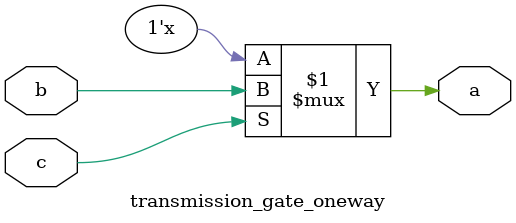
<source format=v>

module transmission_gate_oneway(output a, input b, input c);
   assign a = c? b: 1'bz;
endmodule

</source>
